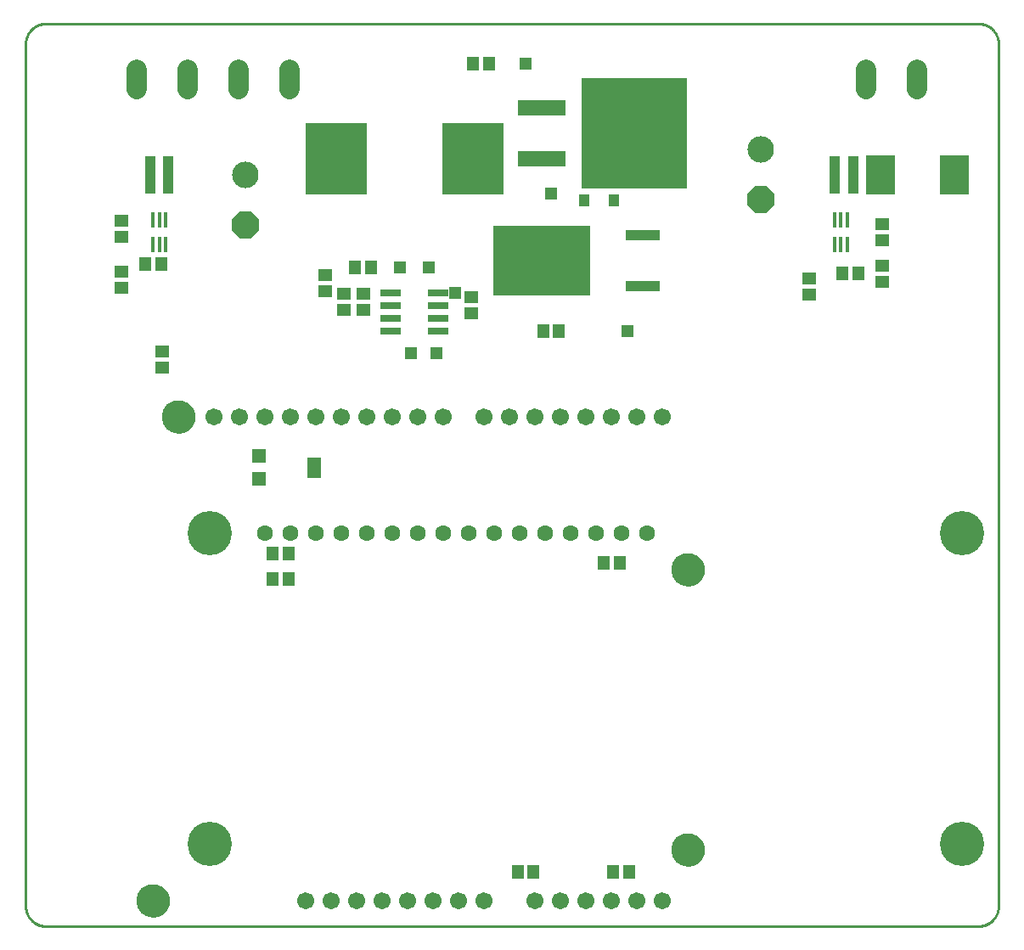
<source format=gts>
G75*
%MOIN*%
%OFA0B0*%
%FSLAX25Y25*%
%IPPOS*%
%LPD*%
%AMOC8*
5,1,8,0,0,1.08239X$1,22.5*
%
%ADD10C,0.01000*%
%ADD11C,0.00000*%
%ADD12C,0.12998*%
%ADD13C,0.06699*%
%ADD14C,0.06306*%
%ADD15C,0.17392*%
%ADD16R,0.04731X0.05518*%
%ADD17R,0.05518X0.05518*%
%ADD18R,0.05518X0.08274*%
%ADD19R,0.18904X0.06109*%
%ADD20R,0.41739X0.43313*%
%ADD21R,0.13786X0.04337*%
%ADD22R,0.38195X0.27172*%
%ADD23R,0.03943X0.05124*%
%ADD24R,0.24022X0.27959*%
%ADD25C,0.10400*%
%ADD26OC8,0.10400*%
%ADD27R,0.05518X0.04731*%
%ADD28R,0.04337X0.14967*%
%ADD29R,0.01778X0.06306*%
%ADD30R,0.08200X0.02600*%
%ADD31R,0.04731X0.04731*%
%ADD32R,0.11424X0.15361*%
%ADD33C,0.08077*%
%ADD34R,0.05124X0.05124*%
D10*
X0030095Y0010207D02*
X0030095Y0348790D01*
X0030097Y0348980D01*
X0030104Y0349170D01*
X0030116Y0349360D01*
X0030132Y0349550D01*
X0030152Y0349739D01*
X0030178Y0349928D01*
X0030207Y0350116D01*
X0030242Y0350303D01*
X0030281Y0350489D01*
X0030324Y0350674D01*
X0030372Y0350859D01*
X0030424Y0351042D01*
X0030480Y0351223D01*
X0030541Y0351403D01*
X0030607Y0351582D01*
X0030676Y0351759D01*
X0030750Y0351935D01*
X0030828Y0352108D01*
X0030911Y0352280D01*
X0030997Y0352449D01*
X0031087Y0352617D01*
X0031182Y0352782D01*
X0031280Y0352945D01*
X0031383Y0353105D01*
X0031489Y0353263D01*
X0031599Y0353418D01*
X0031712Y0353571D01*
X0031830Y0353721D01*
X0031951Y0353867D01*
X0032075Y0354011D01*
X0032203Y0354152D01*
X0032334Y0354290D01*
X0032469Y0354425D01*
X0032607Y0354556D01*
X0032748Y0354684D01*
X0032892Y0354808D01*
X0033038Y0354929D01*
X0033188Y0355047D01*
X0033341Y0355160D01*
X0033496Y0355270D01*
X0033654Y0355376D01*
X0033814Y0355479D01*
X0033977Y0355577D01*
X0034142Y0355672D01*
X0034310Y0355762D01*
X0034479Y0355848D01*
X0034651Y0355931D01*
X0034824Y0356009D01*
X0035000Y0356083D01*
X0035177Y0356152D01*
X0035356Y0356218D01*
X0035536Y0356279D01*
X0035717Y0356335D01*
X0035900Y0356387D01*
X0036085Y0356435D01*
X0036270Y0356478D01*
X0036456Y0356517D01*
X0036643Y0356552D01*
X0036831Y0356581D01*
X0037020Y0356607D01*
X0037209Y0356627D01*
X0037399Y0356643D01*
X0037589Y0356655D01*
X0037779Y0356662D01*
X0037969Y0356664D01*
X0404111Y0356664D01*
X0404301Y0356662D01*
X0404491Y0356655D01*
X0404681Y0356643D01*
X0404871Y0356627D01*
X0405060Y0356607D01*
X0405249Y0356581D01*
X0405437Y0356552D01*
X0405624Y0356517D01*
X0405810Y0356478D01*
X0405995Y0356435D01*
X0406180Y0356387D01*
X0406363Y0356335D01*
X0406544Y0356279D01*
X0406724Y0356218D01*
X0406903Y0356152D01*
X0407080Y0356083D01*
X0407256Y0356009D01*
X0407429Y0355931D01*
X0407601Y0355848D01*
X0407770Y0355762D01*
X0407938Y0355672D01*
X0408103Y0355577D01*
X0408266Y0355479D01*
X0408426Y0355376D01*
X0408584Y0355270D01*
X0408739Y0355160D01*
X0408892Y0355047D01*
X0409042Y0354929D01*
X0409188Y0354808D01*
X0409332Y0354684D01*
X0409473Y0354556D01*
X0409611Y0354425D01*
X0409746Y0354290D01*
X0409877Y0354152D01*
X0410005Y0354011D01*
X0410129Y0353867D01*
X0410250Y0353721D01*
X0410368Y0353571D01*
X0410481Y0353418D01*
X0410591Y0353263D01*
X0410697Y0353105D01*
X0410800Y0352945D01*
X0410898Y0352782D01*
X0410993Y0352617D01*
X0411083Y0352449D01*
X0411169Y0352280D01*
X0411252Y0352108D01*
X0411330Y0351935D01*
X0411404Y0351759D01*
X0411473Y0351582D01*
X0411539Y0351403D01*
X0411600Y0351223D01*
X0411656Y0351042D01*
X0411708Y0350859D01*
X0411756Y0350674D01*
X0411799Y0350489D01*
X0411838Y0350303D01*
X0411873Y0350116D01*
X0411902Y0349928D01*
X0411928Y0349739D01*
X0411948Y0349550D01*
X0411964Y0349360D01*
X0411976Y0349170D01*
X0411983Y0348980D01*
X0411985Y0348790D01*
X0411985Y0010207D01*
X0411983Y0010017D01*
X0411976Y0009827D01*
X0411964Y0009637D01*
X0411948Y0009447D01*
X0411928Y0009258D01*
X0411902Y0009069D01*
X0411873Y0008881D01*
X0411838Y0008694D01*
X0411799Y0008508D01*
X0411756Y0008323D01*
X0411708Y0008138D01*
X0411656Y0007955D01*
X0411600Y0007774D01*
X0411539Y0007594D01*
X0411473Y0007415D01*
X0411404Y0007238D01*
X0411330Y0007062D01*
X0411252Y0006889D01*
X0411169Y0006717D01*
X0411083Y0006548D01*
X0410993Y0006380D01*
X0410898Y0006215D01*
X0410800Y0006052D01*
X0410697Y0005892D01*
X0410591Y0005734D01*
X0410481Y0005579D01*
X0410368Y0005426D01*
X0410250Y0005276D01*
X0410129Y0005130D01*
X0410005Y0004986D01*
X0409877Y0004845D01*
X0409746Y0004707D01*
X0409611Y0004572D01*
X0409473Y0004441D01*
X0409332Y0004313D01*
X0409188Y0004189D01*
X0409042Y0004068D01*
X0408892Y0003950D01*
X0408739Y0003837D01*
X0408584Y0003727D01*
X0408426Y0003621D01*
X0408266Y0003518D01*
X0408103Y0003420D01*
X0407938Y0003325D01*
X0407770Y0003235D01*
X0407601Y0003149D01*
X0407429Y0003066D01*
X0407256Y0002988D01*
X0407080Y0002914D01*
X0406903Y0002845D01*
X0406724Y0002779D01*
X0406544Y0002718D01*
X0406363Y0002662D01*
X0406180Y0002610D01*
X0405995Y0002562D01*
X0405810Y0002519D01*
X0405624Y0002480D01*
X0405437Y0002445D01*
X0405249Y0002416D01*
X0405060Y0002390D01*
X0404871Y0002370D01*
X0404681Y0002354D01*
X0404491Y0002342D01*
X0404301Y0002335D01*
X0404111Y0002333D01*
X0286158Y0002333D01*
X0286095Y0002333D01*
X0037969Y0002333D01*
X0037779Y0002335D01*
X0037589Y0002342D01*
X0037399Y0002354D01*
X0037209Y0002370D01*
X0037020Y0002390D01*
X0036831Y0002416D01*
X0036643Y0002445D01*
X0036456Y0002480D01*
X0036270Y0002519D01*
X0036085Y0002562D01*
X0035900Y0002610D01*
X0035717Y0002662D01*
X0035536Y0002718D01*
X0035356Y0002779D01*
X0035177Y0002845D01*
X0035000Y0002914D01*
X0034824Y0002988D01*
X0034651Y0003066D01*
X0034479Y0003149D01*
X0034310Y0003235D01*
X0034142Y0003325D01*
X0033977Y0003420D01*
X0033814Y0003518D01*
X0033654Y0003621D01*
X0033496Y0003727D01*
X0033341Y0003837D01*
X0033188Y0003950D01*
X0033038Y0004068D01*
X0032892Y0004189D01*
X0032748Y0004313D01*
X0032607Y0004441D01*
X0032469Y0004572D01*
X0032334Y0004707D01*
X0032203Y0004845D01*
X0032075Y0004986D01*
X0031951Y0005130D01*
X0031830Y0005276D01*
X0031712Y0005426D01*
X0031599Y0005579D01*
X0031489Y0005734D01*
X0031383Y0005892D01*
X0031280Y0006052D01*
X0031182Y0006215D01*
X0031087Y0006380D01*
X0030997Y0006548D01*
X0030911Y0006717D01*
X0030828Y0006889D01*
X0030750Y0007062D01*
X0030676Y0007238D01*
X0030607Y0007415D01*
X0030541Y0007594D01*
X0030480Y0007774D01*
X0030424Y0007955D01*
X0030372Y0008138D01*
X0030324Y0008323D01*
X0030281Y0008508D01*
X0030242Y0008694D01*
X0030207Y0008881D01*
X0030178Y0009069D01*
X0030152Y0009258D01*
X0030132Y0009447D01*
X0030116Y0009637D01*
X0030104Y0009827D01*
X0030097Y0010017D01*
X0030095Y0010207D01*
X0286095Y0002334D02*
X0286105Y0002341D01*
X0286115Y0002345D01*
X0286127Y0002347D01*
X0286139Y0002345D01*
X0286150Y0002341D01*
X0286159Y0002334D01*
D11*
X0283796Y0032333D02*
X0283798Y0032491D01*
X0283804Y0032649D01*
X0283814Y0032807D01*
X0283828Y0032965D01*
X0283846Y0033122D01*
X0283867Y0033279D01*
X0283893Y0033435D01*
X0283923Y0033591D01*
X0283956Y0033746D01*
X0283994Y0033899D01*
X0284035Y0034052D01*
X0284080Y0034204D01*
X0284129Y0034355D01*
X0284182Y0034504D01*
X0284238Y0034652D01*
X0284298Y0034798D01*
X0284362Y0034943D01*
X0284430Y0035086D01*
X0284501Y0035228D01*
X0284575Y0035368D01*
X0284653Y0035505D01*
X0284735Y0035641D01*
X0284819Y0035775D01*
X0284908Y0035906D01*
X0284999Y0036035D01*
X0285094Y0036162D01*
X0285191Y0036287D01*
X0285292Y0036409D01*
X0285396Y0036528D01*
X0285503Y0036645D01*
X0285613Y0036759D01*
X0285726Y0036870D01*
X0285841Y0036979D01*
X0285959Y0037084D01*
X0286080Y0037186D01*
X0286203Y0037286D01*
X0286329Y0037382D01*
X0286457Y0037475D01*
X0286587Y0037565D01*
X0286720Y0037651D01*
X0286855Y0037735D01*
X0286991Y0037814D01*
X0287130Y0037891D01*
X0287271Y0037963D01*
X0287413Y0038033D01*
X0287557Y0038098D01*
X0287703Y0038160D01*
X0287850Y0038218D01*
X0287999Y0038273D01*
X0288149Y0038324D01*
X0288300Y0038371D01*
X0288452Y0038414D01*
X0288605Y0038453D01*
X0288760Y0038489D01*
X0288915Y0038520D01*
X0289071Y0038548D01*
X0289227Y0038572D01*
X0289384Y0038592D01*
X0289542Y0038608D01*
X0289699Y0038620D01*
X0289858Y0038628D01*
X0290016Y0038632D01*
X0290174Y0038632D01*
X0290332Y0038628D01*
X0290491Y0038620D01*
X0290648Y0038608D01*
X0290806Y0038592D01*
X0290963Y0038572D01*
X0291119Y0038548D01*
X0291275Y0038520D01*
X0291430Y0038489D01*
X0291585Y0038453D01*
X0291738Y0038414D01*
X0291890Y0038371D01*
X0292041Y0038324D01*
X0292191Y0038273D01*
X0292340Y0038218D01*
X0292487Y0038160D01*
X0292633Y0038098D01*
X0292777Y0038033D01*
X0292919Y0037963D01*
X0293060Y0037891D01*
X0293199Y0037814D01*
X0293335Y0037735D01*
X0293470Y0037651D01*
X0293603Y0037565D01*
X0293733Y0037475D01*
X0293861Y0037382D01*
X0293987Y0037286D01*
X0294110Y0037186D01*
X0294231Y0037084D01*
X0294349Y0036979D01*
X0294464Y0036870D01*
X0294577Y0036759D01*
X0294687Y0036645D01*
X0294794Y0036528D01*
X0294898Y0036409D01*
X0294999Y0036287D01*
X0295096Y0036162D01*
X0295191Y0036035D01*
X0295282Y0035906D01*
X0295371Y0035775D01*
X0295455Y0035641D01*
X0295537Y0035505D01*
X0295615Y0035368D01*
X0295689Y0035228D01*
X0295760Y0035086D01*
X0295828Y0034943D01*
X0295892Y0034798D01*
X0295952Y0034652D01*
X0296008Y0034504D01*
X0296061Y0034355D01*
X0296110Y0034204D01*
X0296155Y0034052D01*
X0296196Y0033899D01*
X0296234Y0033746D01*
X0296267Y0033591D01*
X0296297Y0033435D01*
X0296323Y0033279D01*
X0296344Y0033122D01*
X0296362Y0032965D01*
X0296376Y0032807D01*
X0296386Y0032649D01*
X0296392Y0032491D01*
X0296394Y0032333D01*
X0296392Y0032175D01*
X0296386Y0032017D01*
X0296376Y0031859D01*
X0296362Y0031701D01*
X0296344Y0031544D01*
X0296323Y0031387D01*
X0296297Y0031231D01*
X0296267Y0031075D01*
X0296234Y0030920D01*
X0296196Y0030767D01*
X0296155Y0030614D01*
X0296110Y0030462D01*
X0296061Y0030311D01*
X0296008Y0030162D01*
X0295952Y0030014D01*
X0295892Y0029868D01*
X0295828Y0029723D01*
X0295760Y0029580D01*
X0295689Y0029438D01*
X0295615Y0029298D01*
X0295537Y0029161D01*
X0295455Y0029025D01*
X0295371Y0028891D01*
X0295282Y0028760D01*
X0295191Y0028631D01*
X0295096Y0028504D01*
X0294999Y0028379D01*
X0294898Y0028257D01*
X0294794Y0028138D01*
X0294687Y0028021D01*
X0294577Y0027907D01*
X0294464Y0027796D01*
X0294349Y0027687D01*
X0294231Y0027582D01*
X0294110Y0027480D01*
X0293987Y0027380D01*
X0293861Y0027284D01*
X0293733Y0027191D01*
X0293603Y0027101D01*
X0293470Y0027015D01*
X0293335Y0026931D01*
X0293199Y0026852D01*
X0293060Y0026775D01*
X0292919Y0026703D01*
X0292777Y0026633D01*
X0292633Y0026568D01*
X0292487Y0026506D01*
X0292340Y0026448D01*
X0292191Y0026393D01*
X0292041Y0026342D01*
X0291890Y0026295D01*
X0291738Y0026252D01*
X0291585Y0026213D01*
X0291430Y0026177D01*
X0291275Y0026146D01*
X0291119Y0026118D01*
X0290963Y0026094D01*
X0290806Y0026074D01*
X0290648Y0026058D01*
X0290491Y0026046D01*
X0290332Y0026038D01*
X0290174Y0026034D01*
X0290016Y0026034D01*
X0289858Y0026038D01*
X0289699Y0026046D01*
X0289542Y0026058D01*
X0289384Y0026074D01*
X0289227Y0026094D01*
X0289071Y0026118D01*
X0288915Y0026146D01*
X0288760Y0026177D01*
X0288605Y0026213D01*
X0288452Y0026252D01*
X0288300Y0026295D01*
X0288149Y0026342D01*
X0287999Y0026393D01*
X0287850Y0026448D01*
X0287703Y0026506D01*
X0287557Y0026568D01*
X0287413Y0026633D01*
X0287271Y0026703D01*
X0287130Y0026775D01*
X0286991Y0026852D01*
X0286855Y0026931D01*
X0286720Y0027015D01*
X0286587Y0027101D01*
X0286457Y0027191D01*
X0286329Y0027284D01*
X0286203Y0027380D01*
X0286080Y0027480D01*
X0285959Y0027582D01*
X0285841Y0027687D01*
X0285726Y0027796D01*
X0285613Y0027907D01*
X0285503Y0028021D01*
X0285396Y0028138D01*
X0285292Y0028257D01*
X0285191Y0028379D01*
X0285094Y0028504D01*
X0284999Y0028631D01*
X0284908Y0028760D01*
X0284819Y0028891D01*
X0284735Y0029025D01*
X0284653Y0029161D01*
X0284575Y0029298D01*
X0284501Y0029438D01*
X0284430Y0029580D01*
X0284362Y0029723D01*
X0284298Y0029868D01*
X0284238Y0030014D01*
X0284182Y0030162D01*
X0284129Y0030311D01*
X0284080Y0030462D01*
X0284035Y0030614D01*
X0283994Y0030767D01*
X0283956Y0030920D01*
X0283923Y0031075D01*
X0283893Y0031231D01*
X0283867Y0031387D01*
X0283846Y0031544D01*
X0283828Y0031701D01*
X0283814Y0031859D01*
X0283804Y0032017D01*
X0283798Y0032175D01*
X0283796Y0032333D01*
X0283796Y0142333D02*
X0283798Y0142491D01*
X0283804Y0142649D01*
X0283814Y0142807D01*
X0283828Y0142965D01*
X0283846Y0143122D01*
X0283867Y0143279D01*
X0283893Y0143435D01*
X0283923Y0143591D01*
X0283956Y0143746D01*
X0283994Y0143899D01*
X0284035Y0144052D01*
X0284080Y0144204D01*
X0284129Y0144355D01*
X0284182Y0144504D01*
X0284238Y0144652D01*
X0284298Y0144798D01*
X0284362Y0144943D01*
X0284430Y0145086D01*
X0284501Y0145228D01*
X0284575Y0145368D01*
X0284653Y0145505D01*
X0284735Y0145641D01*
X0284819Y0145775D01*
X0284908Y0145906D01*
X0284999Y0146035D01*
X0285094Y0146162D01*
X0285191Y0146287D01*
X0285292Y0146409D01*
X0285396Y0146528D01*
X0285503Y0146645D01*
X0285613Y0146759D01*
X0285726Y0146870D01*
X0285841Y0146979D01*
X0285959Y0147084D01*
X0286080Y0147186D01*
X0286203Y0147286D01*
X0286329Y0147382D01*
X0286457Y0147475D01*
X0286587Y0147565D01*
X0286720Y0147651D01*
X0286855Y0147735D01*
X0286991Y0147814D01*
X0287130Y0147891D01*
X0287271Y0147963D01*
X0287413Y0148033D01*
X0287557Y0148098D01*
X0287703Y0148160D01*
X0287850Y0148218D01*
X0287999Y0148273D01*
X0288149Y0148324D01*
X0288300Y0148371D01*
X0288452Y0148414D01*
X0288605Y0148453D01*
X0288760Y0148489D01*
X0288915Y0148520D01*
X0289071Y0148548D01*
X0289227Y0148572D01*
X0289384Y0148592D01*
X0289542Y0148608D01*
X0289699Y0148620D01*
X0289858Y0148628D01*
X0290016Y0148632D01*
X0290174Y0148632D01*
X0290332Y0148628D01*
X0290491Y0148620D01*
X0290648Y0148608D01*
X0290806Y0148592D01*
X0290963Y0148572D01*
X0291119Y0148548D01*
X0291275Y0148520D01*
X0291430Y0148489D01*
X0291585Y0148453D01*
X0291738Y0148414D01*
X0291890Y0148371D01*
X0292041Y0148324D01*
X0292191Y0148273D01*
X0292340Y0148218D01*
X0292487Y0148160D01*
X0292633Y0148098D01*
X0292777Y0148033D01*
X0292919Y0147963D01*
X0293060Y0147891D01*
X0293199Y0147814D01*
X0293335Y0147735D01*
X0293470Y0147651D01*
X0293603Y0147565D01*
X0293733Y0147475D01*
X0293861Y0147382D01*
X0293987Y0147286D01*
X0294110Y0147186D01*
X0294231Y0147084D01*
X0294349Y0146979D01*
X0294464Y0146870D01*
X0294577Y0146759D01*
X0294687Y0146645D01*
X0294794Y0146528D01*
X0294898Y0146409D01*
X0294999Y0146287D01*
X0295096Y0146162D01*
X0295191Y0146035D01*
X0295282Y0145906D01*
X0295371Y0145775D01*
X0295455Y0145641D01*
X0295537Y0145505D01*
X0295615Y0145368D01*
X0295689Y0145228D01*
X0295760Y0145086D01*
X0295828Y0144943D01*
X0295892Y0144798D01*
X0295952Y0144652D01*
X0296008Y0144504D01*
X0296061Y0144355D01*
X0296110Y0144204D01*
X0296155Y0144052D01*
X0296196Y0143899D01*
X0296234Y0143746D01*
X0296267Y0143591D01*
X0296297Y0143435D01*
X0296323Y0143279D01*
X0296344Y0143122D01*
X0296362Y0142965D01*
X0296376Y0142807D01*
X0296386Y0142649D01*
X0296392Y0142491D01*
X0296394Y0142333D01*
X0296392Y0142175D01*
X0296386Y0142017D01*
X0296376Y0141859D01*
X0296362Y0141701D01*
X0296344Y0141544D01*
X0296323Y0141387D01*
X0296297Y0141231D01*
X0296267Y0141075D01*
X0296234Y0140920D01*
X0296196Y0140767D01*
X0296155Y0140614D01*
X0296110Y0140462D01*
X0296061Y0140311D01*
X0296008Y0140162D01*
X0295952Y0140014D01*
X0295892Y0139868D01*
X0295828Y0139723D01*
X0295760Y0139580D01*
X0295689Y0139438D01*
X0295615Y0139298D01*
X0295537Y0139161D01*
X0295455Y0139025D01*
X0295371Y0138891D01*
X0295282Y0138760D01*
X0295191Y0138631D01*
X0295096Y0138504D01*
X0294999Y0138379D01*
X0294898Y0138257D01*
X0294794Y0138138D01*
X0294687Y0138021D01*
X0294577Y0137907D01*
X0294464Y0137796D01*
X0294349Y0137687D01*
X0294231Y0137582D01*
X0294110Y0137480D01*
X0293987Y0137380D01*
X0293861Y0137284D01*
X0293733Y0137191D01*
X0293603Y0137101D01*
X0293470Y0137015D01*
X0293335Y0136931D01*
X0293199Y0136852D01*
X0293060Y0136775D01*
X0292919Y0136703D01*
X0292777Y0136633D01*
X0292633Y0136568D01*
X0292487Y0136506D01*
X0292340Y0136448D01*
X0292191Y0136393D01*
X0292041Y0136342D01*
X0291890Y0136295D01*
X0291738Y0136252D01*
X0291585Y0136213D01*
X0291430Y0136177D01*
X0291275Y0136146D01*
X0291119Y0136118D01*
X0290963Y0136094D01*
X0290806Y0136074D01*
X0290648Y0136058D01*
X0290491Y0136046D01*
X0290332Y0136038D01*
X0290174Y0136034D01*
X0290016Y0136034D01*
X0289858Y0136038D01*
X0289699Y0136046D01*
X0289542Y0136058D01*
X0289384Y0136074D01*
X0289227Y0136094D01*
X0289071Y0136118D01*
X0288915Y0136146D01*
X0288760Y0136177D01*
X0288605Y0136213D01*
X0288452Y0136252D01*
X0288300Y0136295D01*
X0288149Y0136342D01*
X0287999Y0136393D01*
X0287850Y0136448D01*
X0287703Y0136506D01*
X0287557Y0136568D01*
X0287413Y0136633D01*
X0287271Y0136703D01*
X0287130Y0136775D01*
X0286991Y0136852D01*
X0286855Y0136931D01*
X0286720Y0137015D01*
X0286587Y0137101D01*
X0286457Y0137191D01*
X0286329Y0137284D01*
X0286203Y0137380D01*
X0286080Y0137480D01*
X0285959Y0137582D01*
X0285841Y0137687D01*
X0285726Y0137796D01*
X0285613Y0137907D01*
X0285503Y0138021D01*
X0285396Y0138138D01*
X0285292Y0138257D01*
X0285191Y0138379D01*
X0285094Y0138504D01*
X0284999Y0138631D01*
X0284908Y0138760D01*
X0284819Y0138891D01*
X0284735Y0139025D01*
X0284653Y0139161D01*
X0284575Y0139298D01*
X0284501Y0139438D01*
X0284430Y0139580D01*
X0284362Y0139723D01*
X0284298Y0139868D01*
X0284238Y0140014D01*
X0284182Y0140162D01*
X0284129Y0140311D01*
X0284080Y0140462D01*
X0284035Y0140614D01*
X0283994Y0140767D01*
X0283956Y0140920D01*
X0283923Y0141075D01*
X0283893Y0141231D01*
X0283867Y0141387D01*
X0283846Y0141544D01*
X0283828Y0141701D01*
X0283814Y0141859D01*
X0283804Y0142017D01*
X0283798Y0142175D01*
X0283796Y0142333D01*
X0083796Y0202333D02*
X0083798Y0202491D01*
X0083804Y0202649D01*
X0083814Y0202807D01*
X0083828Y0202965D01*
X0083846Y0203122D01*
X0083867Y0203279D01*
X0083893Y0203435D01*
X0083923Y0203591D01*
X0083956Y0203746D01*
X0083994Y0203899D01*
X0084035Y0204052D01*
X0084080Y0204204D01*
X0084129Y0204355D01*
X0084182Y0204504D01*
X0084238Y0204652D01*
X0084298Y0204798D01*
X0084362Y0204943D01*
X0084430Y0205086D01*
X0084501Y0205228D01*
X0084575Y0205368D01*
X0084653Y0205505D01*
X0084735Y0205641D01*
X0084819Y0205775D01*
X0084908Y0205906D01*
X0084999Y0206035D01*
X0085094Y0206162D01*
X0085191Y0206287D01*
X0085292Y0206409D01*
X0085396Y0206528D01*
X0085503Y0206645D01*
X0085613Y0206759D01*
X0085726Y0206870D01*
X0085841Y0206979D01*
X0085959Y0207084D01*
X0086080Y0207186D01*
X0086203Y0207286D01*
X0086329Y0207382D01*
X0086457Y0207475D01*
X0086587Y0207565D01*
X0086720Y0207651D01*
X0086855Y0207735D01*
X0086991Y0207814D01*
X0087130Y0207891D01*
X0087271Y0207963D01*
X0087413Y0208033D01*
X0087557Y0208098D01*
X0087703Y0208160D01*
X0087850Y0208218D01*
X0087999Y0208273D01*
X0088149Y0208324D01*
X0088300Y0208371D01*
X0088452Y0208414D01*
X0088605Y0208453D01*
X0088760Y0208489D01*
X0088915Y0208520D01*
X0089071Y0208548D01*
X0089227Y0208572D01*
X0089384Y0208592D01*
X0089542Y0208608D01*
X0089699Y0208620D01*
X0089858Y0208628D01*
X0090016Y0208632D01*
X0090174Y0208632D01*
X0090332Y0208628D01*
X0090491Y0208620D01*
X0090648Y0208608D01*
X0090806Y0208592D01*
X0090963Y0208572D01*
X0091119Y0208548D01*
X0091275Y0208520D01*
X0091430Y0208489D01*
X0091585Y0208453D01*
X0091738Y0208414D01*
X0091890Y0208371D01*
X0092041Y0208324D01*
X0092191Y0208273D01*
X0092340Y0208218D01*
X0092487Y0208160D01*
X0092633Y0208098D01*
X0092777Y0208033D01*
X0092919Y0207963D01*
X0093060Y0207891D01*
X0093199Y0207814D01*
X0093335Y0207735D01*
X0093470Y0207651D01*
X0093603Y0207565D01*
X0093733Y0207475D01*
X0093861Y0207382D01*
X0093987Y0207286D01*
X0094110Y0207186D01*
X0094231Y0207084D01*
X0094349Y0206979D01*
X0094464Y0206870D01*
X0094577Y0206759D01*
X0094687Y0206645D01*
X0094794Y0206528D01*
X0094898Y0206409D01*
X0094999Y0206287D01*
X0095096Y0206162D01*
X0095191Y0206035D01*
X0095282Y0205906D01*
X0095371Y0205775D01*
X0095455Y0205641D01*
X0095537Y0205505D01*
X0095615Y0205368D01*
X0095689Y0205228D01*
X0095760Y0205086D01*
X0095828Y0204943D01*
X0095892Y0204798D01*
X0095952Y0204652D01*
X0096008Y0204504D01*
X0096061Y0204355D01*
X0096110Y0204204D01*
X0096155Y0204052D01*
X0096196Y0203899D01*
X0096234Y0203746D01*
X0096267Y0203591D01*
X0096297Y0203435D01*
X0096323Y0203279D01*
X0096344Y0203122D01*
X0096362Y0202965D01*
X0096376Y0202807D01*
X0096386Y0202649D01*
X0096392Y0202491D01*
X0096394Y0202333D01*
X0096392Y0202175D01*
X0096386Y0202017D01*
X0096376Y0201859D01*
X0096362Y0201701D01*
X0096344Y0201544D01*
X0096323Y0201387D01*
X0096297Y0201231D01*
X0096267Y0201075D01*
X0096234Y0200920D01*
X0096196Y0200767D01*
X0096155Y0200614D01*
X0096110Y0200462D01*
X0096061Y0200311D01*
X0096008Y0200162D01*
X0095952Y0200014D01*
X0095892Y0199868D01*
X0095828Y0199723D01*
X0095760Y0199580D01*
X0095689Y0199438D01*
X0095615Y0199298D01*
X0095537Y0199161D01*
X0095455Y0199025D01*
X0095371Y0198891D01*
X0095282Y0198760D01*
X0095191Y0198631D01*
X0095096Y0198504D01*
X0094999Y0198379D01*
X0094898Y0198257D01*
X0094794Y0198138D01*
X0094687Y0198021D01*
X0094577Y0197907D01*
X0094464Y0197796D01*
X0094349Y0197687D01*
X0094231Y0197582D01*
X0094110Y0197480D01*
X0093987Y0197380D01*
X0093861Y0197284D01*
X0093733Y0197191D01*
X0093603Y0197101D01*
X0093470Y0197015D01*
X0093335Y0196931D01*
X0093199Y0196852D01*
X0093060Y0196775D01*
X0092919Y0196703D01*
X0092777Y0196633D01*
X0092633Y0196568D01*
X0092487Y0196506D01*
X0092340Y0196448D01*
X0092191Y0196393D01*
X0092041Y0196342D01*
X0091890Y0196295D01*
X0091738Y0196252D01*
X0091585Y0196213D01*
X0091430Y0196177D01*
X0091275Y0196146D01*
X0091119Y0196118D01*
X0090963Y0196094D01*
X0090806Y0196074D01*
X0090648Y0196058D01*
X0090491Y0196046D01*
X0090332Y0196038D01*
X0090174Y0196034D01*
X0090016Y0196034D01*
X0089858Y0196038D01*
X0089699Y0196046D01*
X0089542Y0196058D01*
X0089384Y0196074D01*
X0089227Y0196094D01*
X0089071Y0196118D01*
X0088915Y0196146D01*
X0088760Y0196177D01*
X0088605Y0196213D01*
X0088452Y0196252D01*
X0088300Y0196295D01*
X0088149Y0196342D01*
X0087999Y0196393D01*
X0087850Y0196448D01*
X0087703Y0196506D01*
X0087557Y0196568D01*
X0087413Y0196633D01*
X0087271Y0196703D01*
X0087130Y0196775D01*
X0086991Y0196852D01*
X0086855Y0196931D01*
X0086720Y0197015D01*
X0086587Y0197101D01*
X0086457Y0197191D01*
X0086329Y0197284D01*
X0086203Y0197380D01*
X0086080Y0197480D01*
X0085959Y0197582D01*
X0085841Y0197687D01*
X0085726Y0197796D01*
X0085613Y0197907D01*
X0085503Y0198021D01*
X0085396Y0198138D01*
X0085292Y0198257D01*
X0085191Y0198379D01*
X0085094Y0198504D01*
X0084999Y0198631D01*
X0084908Y0198760D01*
X0084819Y0198891D01*
X0084735Y0199025D01*
X0084653Y0199161D01*
X0084575Y0199298D01*
X0084501Y0199438D01*
X0084430Y0199580D01*
X0084362Y0199723D01*
X0084298Y0199868D01*
X0084238Y0200014D01*
X0084182Y0200162D01*
X0084129Y0200311D01*
X0084080Y0200462D01*
X0084035Y0200614D01*
X0083994Y0200767D01*
X0083956Y0200920D01*
X0083923Y0201075D01*
X0083893Y0201231D01*
X0083867Y0201387D01*
X0083846Y0201544D01*
X0083828Y0201701D01*
X0083814Y0201859D01*
X0083804Y0202017D01*
X0083798Y0202175D01*
X0083796Y0202333D01*
X0073796Y0012333D02*
X0073798Y0012491D01*
X0073804Y0012649D01*
X0073814Y0012807D01*
X0073828Y0012965D01*
X0073846Y0013122D01*
X0073867Y0013279D01*
X0073893Y0013435D01*
X0073923Y0013591D01*
X0073956Y0013746D01*
X0073994Y0013899D01*
X0074035Y0014052D01*
X0074080Y0014204D01*
X0074129Y0014355D01*
X0074182Y0014504D01*
X0074238Y0014652D01*
X0074298Y0014798D01*
X0074362Y0014943D01*
X0074430Y0015086D01*
X0074501Y0015228D01*
X0074575Y0015368D01*
X0074653Y0015505D01*
X0074735Y0015641D01*
X0074819Y0015775D01*
X0074908Y0015906D01*
X0074999Y0016035D01*
X0075094Y0016162D01*
X0075191Y0016287D01*
X0075292Y0016409D01*
X0075396Y0016528D01*
X0075503Y0016645D01*
X0075613Y0016759D01*
X0075726Y0016870D01*
X0075841Y0016979D01*
X0075959Y0017084D01*
X0076080Y0017186D01*
X0076203Y0017286D01*
X0076329Y0017382D01*
X0076457Y0017475D01*
X0076587Y0017565D01*
X0076720Y0017651D01*
X0076855Y0017735D01*
X0076991Y0017814D01*
X0077130Y0017891D01*
X0077271Y0017963D01*
X0077413Y0018033D01*
X0077557Y0018098D01*
X0077703Y0018160D01*
X0077850Y0018218D01*
X0077999Y0018273D01*
X0078149Y0018324D01*
X0078300Y0018371D01*
X0078452Y0018414D01*
X0078605Y0018453D01*
X0078760Y0018489D01*
X0078915Y0018520D01*
X0079071Y0018548D01*
X0079227Y0018572D01*
X0079384Y0018592D01*
X0079542Y0018608D01*
X0079699Y0018620D01*
X0079858Y0018628D01*
X0080016Y0018632D01*
X0080174Y0018632D01*
X0080332Y0018628D01*
X0080491Y0018620D01*
X0080648Y0018608D01*
X0080806Y0018592D01*
X0080963Y0018572D01*
X0081119Y0018548D01*
X0081275Y0018520D01*
X0081430Y0018489D01*
X0081585Y0018453D01*
X0081738Y0018414D01*
X0081890Y0018371D01*
X0082041Y0018324D01*
X0082191Y0018273D01*
X0082340Y0018218D01*
X0082487Y0018160D01*
X0082633Y0018098D01*
X0082777Y0018033D01*
X0082919Y0017963D01*
X0083060Y0017891D01*
X0083199Y0017814D01*
X0083335Y0017735D01*
X0083470Y0017651D01*
X0083603Y0017565D01*
X0083733Y0017475D01*
X0083861Y0017382D01*
X0083987Y0017286D01*
X0084110Y0017186D01*
X0084231Y0017084D01*
X0084349Y0016979D01*
X0084464Y0016870D01*
X0084577Y0016759D01*
X0084687Y0016645D01*
X0084794Y0016528D01*
X0084898Y0016409D01*
X0084999Y0016287D01*
X0085096Y0016162D01*
X0085191Y0016035D01*
X0085282Y0015906D01*
X0085371Y0015775D01*
X0085455Y0015641D01*
X0085537Y0015505D01*
X0085615Y0015368D01*
X0085689Y0015228D01*
X0085760Y0015086D01*
X0085828Y0014943D01*
X0085892Y0014798D01*
X0085952Y0014652D01*
X0086008Y0014504D01*
X0086061Y0014355D01*
X0086110Y0014204D01*
X0086155Y0014052D01*
X0086196Y0013899D01*
X0086234Y0013746D01*
X0086267Y0013591D01*
X0086297Y0013435D01*
X0086323Y0013279D01*
X0086344Y0013122D01*
X0086362Y0012965D01*
X0086376Y0012807D01*
X0086386Y0012649D01*
X0086392Y0012491D01*
X0086394Y0012333D01*
X0086392Y0012175D01*
X0086386Y0012017D01*
X0086376Y0011859D01*
X0086362Y0011701D01*
X0086344Y0011544D01*
X0086323Y0011387D01*
X0086297Y0011231D01*
X0086267Y0011075D01*
X0086234Y0010920D01*
X0086196Y0010767D01*
X0086155Y0010614D01*
X0086110Y0010462D01*
X0086061Y0010311D01*
X0086008Y0010162D01*
X0085952Y0010014D01*
X0085892Y0009868D01*
X0085828Y0009723D01*
X0085760Y0009580D01*
X0085689Y0009438D01*
X0085615Y0009298D01*
X0085537Y0009161D01*
X0085455Y0009025D01*
X0085371Y0008891D01*
X0085282Y0008760D01*
X0085191Y0008631D01*
X0085096Y0008504D01*
X0084999Y0008379D01*
X0084898Y0008257D01*
X0084794Y0008138D01*
X0084687Y0008021D01*
X0084577Y0007907D01*
X0084464Y0007796D01*
X0084349Y0007687D01*
X0084231Y0007582D01*
X0084110Y0007480D01*
X0083987Y0007380D01*
X0083861Y0007284D01*
X0083733Y0007191D01*
X0083603Y0007101D01*
X0083470Y0007015D01*
X0083335Y0006931D01*
X0083199Y0006852D01*
X0083060Y0006775D01*
X0082919Y0006703D01*
X0082777Y0006633D01*
X0082633Y0006568D01*
X0082487Y0006506D01*
X0082340Y0006448D01*
X0082191Y0006393D01*
X0082041Y0006342D01*
X0081890Y0006295D01*
X0081738Y0006252D01*
X0081585Y0006213D01*
X0081430Y0006177D01*
X0081275Y0006146D01*
X0081119Y0006118D01*
X0080963Y0006094D01*
X0080806Y0006074D01*
X0080648Y0006058D01*
X0080491Y0006046D01*
X0080332Y0006038D01*
X0080174Y0006034D01*
X0080016Y0006034D01*
X0079858Y0006038D01*
X0079699Y0006046D01*
X0079542Y0006058D01*
X0079384Y0006074D01*
X0079227Y0006094D01*
X0079071Y0006118D01*
X0078915Y0006146D01*
X0078760Y0006177D01*
X0078605Y0006213D01*
X0078452Y0006252D01*
X0078300Y0006295D01*
X0078149Y0006342D01*
X0077999Y0006393D01*
X0077850Y0006448D01*
X0077703Y0006506D01*
X0077557Y0006568D01*
X0077413Y0006633D01*
X0077271Y0006703D01*
X0077130Y0006775D01*
X0076991Y0006852D01*
X0076855Y0006931D01*
X0076720Y0007015D01*
X0076587Y0007101D01*
X0076457Y0007191D01*
X0076329Y0007284D01*
X0076203Y0007380D01*
X0076080Y0007480D01*
X0075959Y0007582D01*
X0075841Y0007687D01*
X0075726Y0007796D01*
X0075613Y0007907D01*
X0075503Y0008021D01*
X0075396Y0008138D01*
X0075292Y0008257D01*
X0075191Y0008379D01*
X0075094Y0008504D01*
X0074999Y0008631D01*
X0074908Y0008760D01*
X0074819Y0008891D01*
X0074735Y0009025D01*
X0074653Y0009161D01*
X0074575Y0009298D01*
X0074501Y0009438D01*
X0074430Y0009580D01*
X0074362Y0009723D01*
X0074298Y0009868D01*
X0074238Y0010014D01*
X0074182Y0010162D01*
X0074129Y0010311D01*
X0074080Y0010462D01*
X0074035Y0010614D01*
X0073994Y0010767D01*
X0073956Y0010920D01*
X0073923Y0011075D01*
X0073893Y0011231D01*
X0073867Y0011387D01*
X0073846Y0011544D01*
X0073828Y0011701D01*
X0073814Y0011859D01*
X0073804Y0012017D01*
X0073798Y0012175D01*
X0073796Y0012333D01*
D12*
X0080095Y0012333D03*
X0090095Y0202333D03*
X0290095Y0142333D03*
X0290095Y0032333D03*
D13*
X0280095Y0012333D03*
X0270095Y0012333D03*
X0260095Y0012333D03*
X0250095Y0012333D03*
X0240095Y0012333D03*
X0230095Y0012333D03*
X0210095Y0012333D03*
X0200095Y0012333D03*
X0190095Y0012333D03*
X0180095Y0012333D03*
X0170095Y0012333D03*
X0160095Y0012333D03*
X0150095Y0012333D03*
X0140095Y0012333D03*
X0144095Y0202333D03*
X0134095Y0202333D03*
X0124095Y0202333D03*
X0114095Y0202333D03*
X0104095Y0202333D03*
X0154095Y0202333D03*
X0164095Y0202333D03*
X0174095Y0202333D03*
X0184095Y0202333D03*
X0194095Y0202333D03*
X0210095Y0202333D03*
X0220095Y0202333D03*
X0230095Y0202333D03*
X0240095Y0202333D03*
X0250095Y0202333D03*
X0260095Y0202333D03*
X0270095Y0202333D03*
X0280095Y0202333D03*
D14*
X0274091Y0156723D03*
X0264091Y0156723D03*
X0254091Y0156723D03*
X0244091Y0156723D03*
X0234091Y0156723D03*
X0224091Y0156723D03*
X0214091Y0156723D03*
X0204091Y0156723D03*
X0194091Y0156723D03*
X0184091Y0156723D03*
X0174091Y0156723D03*
X0164091Y0156723D03*
X0154091Y0156723D03*
X0144091Y0156723D03*
X0134091Y0156723D03*
X0124091Y0156723D03*
D15*
X0102438Y0156723D03*
X0102438Y0034676D03*
X0397713Y0034676D03*
X0397713Y0156723D03*
D16*
X0356995Y0258583D03*
X0350696Y0258583D03*
X0239495Y0236083D03*
X0233196Y0236083D03*
X0165745Y0261083D03*
X0159446Y0261083D03*
X0083245Y0262333D03*
X0076946Y0262333D03*
X0126946Y0148583D03*
X0133245Y0148583D03*
X0133245Y0138583D03*
X0126946Y0138583D03*
X0223196Y0023583D03*
X0229495Y0023583D03*
X0260696Y0023583D03*
X0266995Y0023583D03*
X0263245Y0144833D03*
X0256946Y0144833D03*
X0211995Y0341083D03*
X0205696Y0341083D03*
D17*
X0121768Y0186861D03*
X0121768Y0177806D03*
D18*
X0143422Y0182333D03*
D19*
X0232851Y0303583D03*
X0232851Y0323583D03*
D20*
X0268875Y0313583D03*
D21*
X0272329Y0273583D03*
X0272329Y0253583D03*
D22*
X0232566Y0263583D03*
D23*
X0249190Y0287333D03*
X0261001Y0287333D03*
D24*
X0205814Y0303583D03*
X0151877Y0303583D03*
D25*
X0116345Y0297176D03*
X0318845Y0307176D03*
D26*
X0318845Y0287491D03*
X0116345Y0277491D03*
D27*
X0147595Y0257983D03*
X0147595Y0251684D03*
X0155095Y0250483D03*
X0155095Y0244184D03*
X0162595Y0244184D03*
X0162595Y0250483D03*
X0205095Y0249233D03*
X0205095Y0242934D03*
X0083845Y0227983D03*
X0083845Y0221684D03*
X0067595Y0252934D03*
X0067595Y0259233D03*
X0067595Y0272934D03*
X0067595Y0279233D03*
X0337595Y0256733D03*
X0337595Y0250434D03*
X0366345Y0255434D03*
X0366345Y0261733D03*
X0366345Y0271684D03*
X0366345Y0277983D03*
D28*
X0354888Y0297333D03*
X0347802Y0297333D03*
X0086138Y0297333D03*
X0079052Y0297333D03*
D29*
X0080036Y0279558D03*
X0082595Y0279558D03*
X0085154Y0279558D03*
X0085154Y0270109D03*
X0082595Y0270109D03*
X0080036Y0270109D03*
X0347536Y0270109D03*
X0350095Y0270109D03*
X0352654Y0270109D03*
X0352654Y0279558D03*
X0350095Y0279558D03*
X0347536Y0279558D03*
D30*
X0191895Y0251083D03*
X0191895Y0246083D03*
X0191895Y0241083D03*
X0191895Y0236083D03*
X0173295Y0236083D03*
X0173295Y0241083D03*
X0173295Y0246083D03*
X0173295Y0251083D03*
D31*
X0176886Y0261083D03*
X0188304Y0261083D03*
D32*
X0365528Y0297333D03*
X0394662Y0297333D03*
D33*
X0380095Y0330995D02*
X0380095Y0338672D01*
X0360095Y0338672D02*
X0360095Y0330995D01*
X0133845Y0330995D02*
X0133845Y0338672D01*
X0113845Y0338672D02*
X0113845Y0330995D01*
X0093845Y0330995D02*
X0093845Y0338672D01*
X0073845Y0338672D02*
X0073845Y0330995D01*
D34*
X0181345Y0227333D03*
X0191345Y0227333D03*
X0198845Y0251083D03*
X0236345Y0289833D03*
X0226345Y0341083D03*
X0266345Y0236083D03*
M02*

</source>
